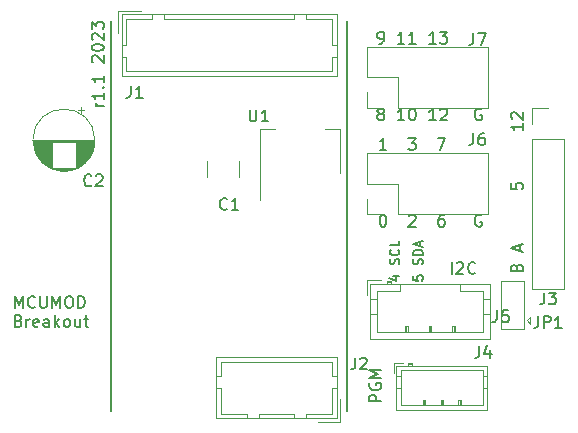
<source format=gbr>
%TF.GenerationSoftware,KiCad,Pcbnew,7.0.6*%
%TF.CreationDate,2023-08-24T17:15:50-04:00*%
%TF.ProjectId,mcumod-carrier-breakout,6d63756d-6f64-42d6-9361-72726965722d,rev?*%
%TF.SameCoordinates,Original*%
%TF.FileFunction,Legend,Top*%
%TF.FilePolarity,Positive*%
%FSLAX46Y46*%
G04 Gerber Fmt 4.6, Leading zero omitted, Abs format (unit mm)*
G04 Created by KiCad (PCBNEW 7.0.6) date 2023-08-24 17:15:50*
%MOMM*%
%LPD*%
G01*
G04 APERTURE LIST*
%ADD10C,0.150000*%
%ADD11C,0.120000*%
G04 APERTURE END LIST*
D10*
X100000000Y-51000000D02*
X100000000Y-84000000D01*
X120000000Y-51000000D02*
X120000000Y-84000000D01*
X122738095Y-58798390D02*
X122642857Y-58750771D01*
X122642857Y-58750771D02*
X122595238Y-58703152D01*
X122595238Y-58703152D02*
X122547619Y-58607914D01*
X122547619Y-58607914D02*
X122547619Y-58560295D01*
X122547619Y-58560295D02*
X122595238Y-58465057D01*
X122595238Y-58465057D02*
X122642857Y-58417438D01*
X122642857Y-58417438D02*
X122738095Y-58369819D01*
X122738095Y-58369819D02*
X122928571Y-58369819D01*
X122928571Y-58369819D02*
X123023809Y-58417438D01*
X123023809Y-58417438D02*
X123071428Y-58465057D01*
X123071428Y-58465057D02*
X123119047Y-58560295D01*
X123119047Y-58560295D02*
X123119047Y-58607914D01*
X123119047Y-58607914D02*
X123071428Y-58703152D01*
X123071428Y-58703152D02*
X123023809Y-58750771D01*
X123023809Y-58750771D02*
X122928571Y-58798390D01*
X122928571Y-58798390D02*
X122738095Y-58798390D01*
X122738095Y-58798390D02*
X122642857Y-58846009D01*
X122642857Y-58846009D02*
X122595238Y-58893628D01*
X122595238Y-58893628D02*
X122547619Y-58988866D01*
X122547619Y-58988866D02*
X122547619Y-59179342D01*
X122547619Y-59179342D02*
X122595238Y-59274580D01*
X122595238Y-59274580D02*
X122642857Y-59322200D01*
X122642857Y-59322200D02*
X122738095Y-59369819D01*
X122738095Y-59369819D02*
X122928571Y-59369819D01*
X122928571Y-59369819D02*
X123023809Y-59322200D01*
X123023809Y-59322200D02*
X123071428Y-59274580D01*
X123071428Y-59274580D02*
X123119047Y-59179342D01*
X123119047Y-59179342D02*
X123119047Y-58988866D01*
X123119047Y-58988866D02*
X123071428Y-58893628D01*
X123071428Y-58893628D02*
X123023809Y-58846009D01*
X123023809Y-58846009D02*
X122928571Y-58798390D01*
X124833333Y-59369819D02*
X124261905Y-59369819D01*
X124547619Y-59369819D02*
X124547619Y-58369819D01*
X124547619Y-58369819D02*
X124452381Y-58512676D01*
X124452381Y-58512676D02*
X124357143Y-58607914D01*
X124357143Y-58607914D02*
X124261905Y-58655533D01*
X125452381Y-58369819D02*
X125547619Y-58369819D01*
X125547619Y-58369819D02*
X125642857Y-58417438D01*
X125642857Y-58417438D02*
X125690476Y-58465057D01*
X125690476Y-58465057D02*
X125738095Y-58560295D01*
X125738095Y-58560295D02*
X125785714Y-58750771D01*
X125785714Y-58750771D02*
X125785714Y-58988866D01*
X125785714Y-58988866D02*
X125738095Y-59179342D01*
X125738095Y-59179342D02*
X125690476Y-59274580D01*
X125690476Y-59274580D02*
X125642857Y-59322200D01*
X125642857Y-59322200D02*
X125547619Y-59369819D01*
X125547619Y-59369819D02*
X125452381Y-59369819D01*
X125452381Y-59369819D02*
X125357143Y-59322200D01*
X125357143Y-59322200D02*
X125309524Y-59274580D01*
X125309524Y-59274580D02*
X125261905Y-59179342D01*
X125261905Y-59179342D02*
X125214286Y-58988866D01*
X125214286Y-58988866D02*
X125214286Y-58750771D01*
X125214286Y-58750771D02*
X125261905Y-58560295D01*
X125261905Y-58560295D02*
X125309524Y-58465057D01*
X125309524Y-58465057D02*
X125357143Y-58417438D01*
X125357143Y-58417438D02*
X125452381Y-58369819D01*
X127500000Y-59369819D02*
X126928572Y-59369819D01*
X127214286Y-59369819D02*
X127214286Y-58369819D01*
X127214286Y-58369819D02*
X127119048Y-58512676D01*
X127119048Y-58512676D02*
X127023810Y-58607914D01*
X127023810Y-58607914D02*
X126928572Y-58655533D01*
X127880953Y-58465057D02*
X127928572Y-58417438D01*
X127928572Y-58417438D02*
X128023810Y-58369819D01*
X128023810Y-58369819D02*
X128261905Y-58369819D01*
X128261905Y-58369819D02*
X128357143Y-58417438D01*
X128357143Y-58417438D02*
X128404762Y-58465057D01*
X128404762Y-58465057D02*
X128452381Y-58560295D01*
X128452381Y-58560295D02*
X128452381Y-58655533D01*
X128452381Y-58655533D02*
X128404762Y-58798390D01*
X128404762Y-58798390D02*
X127833334Y-59369819D01*
X127833334Y-59369819D02*
X128452381Y-59369819D01*
X125594295Y-72519887D02*
X125594295Y-72900839D01*
X125594295Y-72900839D02*
X125975247Y-72938935D01*
X125975247Y-72938935D02*
X125937152Y-72900839D01*
X125937152Y-72900839D02*
X125899057Y-72824649D01*
X125899057Y-72824649D02*
X125899057Y-72634173D01*
X125899057Y-72634173D02*
X125937152Y-72557982D01*
X125937152Y-72557982D02*
X125975247Y-72519887D01*
X125975247Y-72519887D02*
X126051438Y-72481792D01*
X126051438Y-72481792D02*
X126241914Y-72481792D01*
X126241914Y-72481792D02*
X126318104Y-72519887D01*
X126318104Y-72519887D02*
X126356200Y-72557982D01*
X126356200Y-72557982D02*
X126394295Y-72634173D01*
X126394295Y-72634173D02*
X126394295Y-72824649D01*
X126394295Y-72824649D02*
X126356200Y-72900839D01*
X126356200Y-72900839D02*
X126318104Y-72938935D01*
X126356200Y-71567506D02*
X126394295Y-71453220D01*
X126394295Y-71453220D02*
X126394295Y-71262744D01*
X126394295Y-71262744D02*
X126356200Y-71186553D01*
X126356200Y-71186553D02*
X126318104Y-71148458D01*
X126318104Y-71148458D02*
X126241914Y-71110363D01*
X126241914Y-71110363D02*
X126165723Y-71110363D01*
X126165723Y-71110363D02*
X126089533Y-71148458D01*
X126089533Y-71148458D02*
X126051438Y-71186553D01*
X126051438Y-71186553D02*
X126013342Y-71262744D01*
X126013342Y-71262744D02*
X125975247Y-71415125D01*
X125975247Y-71415125D02*
X125937152Y-71491315D01*
X125937152Y-71491315D02*
X125899057Y-71529410D01*
X125899057Y-71529410D02*
X125822866Y-71567506D01*
X125822866Y-71567506D02*
X125746676Y-71567506D01*
X125746676Y-71567506D02*
X125670485Y-71529410D01*
X125670485Y-71529410D02*
X125632390Y-71491315D01*
X125632390Y-71491315D02*
X125594295Y-71415125D01*
X125594295Y-71415125D02*
X125594295Y-71224648D01*
X125594295Y-71224648D02*
X125632390Y-71110363D01*
X126394295Y-70767505D02*
X125594295Y-70767505D01*
X125594295Y-70767505D02*
X125594295Y-70577029D01*
X125594295Y-70577029D02*
X125632390Y-70462743D01*
X125632390Y-70462743D02*
X125708580Y-70386553D01*
X125708580Y-70386553D02*
X125784771Y-70348458D01*
X125784771Y-70348458D02*
X125937152Y-70310362D01*
X125937152Y-70310362D02*
X126051438Y-70310362D01*
X126051438Y-70310362D02*
X126203819Y-70348458D01*
X126203819Y-70348458D02*
X126280009Y-70386553D01*
X126280009Y-70386553D02*
X126356200Y-70462743D01*
X126356200Y-70462743D02*
X126394295Y-70577029D01*
X126394295Y-70577029D02*
X126394295Y-70767505D01*
X126165723Y-70005601D02*
X126165723Y-69624648D01*
X126394295Y-70081791D02*
X125594295Y-69815124D01*
X125594295Y-69815124D02*
X126394295Y-69548458D01*
X91836779Y-75259819D02*
X91836779Y-74259819D01*
X91836779Y-74259819D02*
X92170112Y-74974104D01*
X92170112Y-74974104D02*
X92503445Y-74259819D01*
X92503445Y-74259819D02*
X92503445Y-75259819D01*
X93551064Y-75164580D02*
X93503445Y-75212200D01*
X93503445Y-75212200D02*
X93360588Y-75259819D01*
X93360588Y-75259819D02*
X93265350Y-75259819D01*
X93265350Y-75259819D02*
X93122493Y-75212200D01*
X93122493Y-75212200D02*
X93027255Y-75116961D01*
X93027255Y-75116961D02*
X92979636Y-75021723D01*
X92979636Y-75021723D02*
X92932017Y-74831247D01*
X92932017Y-74831247D02*
X92932017Y-74688390D01*
X92932017Y-74688390D02*
X92979636Y-74497914D01*
X92979636Y-74497914D02*
X93027255Y-74402676D01*
X93027255Y-74402676D02*
X93122493Y-74307438D01*
X93122493Y-74307438D02*
X93265350Y-74259819D01*
X93265350Y-74259819D02*
X93360588Y-74259819D01*
X93360588Y-74259819D02*
X93503445Y-74307438D01*
X93503445Y-74307438D02*
X93551064Y-74355057D01*
X93979636Y-74259819D02*
X93979636Y-75069342D01*
X93979636Y-75069342D02*
X94027255Y-75164580D01*
X94027255Y-75164580D02*
X94074874Y-75212200D01*
X94074874Y-75212200D02*
X94170112Y-75259819D01*
X94170112Y-75259819D02*
X94360588Y-75259819D01*
X94360588Y-75259819D02*
X94455826Y-75212200D01*
X94455826Y-75212200D02*
X94503445Y-75164580D01*
X94503445Y-75164580D02*
X94551064Y-75069342D01*
X94551064Y-75069342D02*
X94551064Y-74259819D01*
X95027255Y-75259819D02*
X95027255Y-74259819D01*
X95027255Y-74259819D02*
X95360588Y-74974104D01*
X95360588Y-74974104D02*
X95693921Y-74259819D01*
X95693921Y-74259819D02*
X95693921Y-75259819D01*
X96360588Y-74259819D02*
X96551064Y-74259819D01*
X96551064Y-74259819D02*
X96646302Y-74307438D01*
X96646302Y-74307438D02*
X96741540Y-74402676D01*
X96741540Y-74402676D02*
X96789159Y-74593152D01*
X96789159Y-74593152D02*
X96789159Y-74926485D01*
X96789159Y-74926485D02*
X96741540Y-75116961D01*
X96741540Y-75116961D02*
X96646302Y-75212200D01*
X96646302Y-75212200D02*
X96551064Y-75259819D01*
X96551064Y-75259819D02*
X96360588Y-75259819D01*
X96360588Y-75259819D02*
X96265350Y-75212200D01*
X96265350Y-75212200D02*
X96170112Y-75116961D01*
X96170112Y-75116961D02*
X96122493Y-74926485D01*
X96122493Y-74926485D02*
X96122493Y-74593152D01*
X96122493Y-74593152D02*
X96170112Y-74402676D01*
X96170112Y-74402676D02*
X96265350Y-74307438D01*
X96265350Y-74307438D02*
X96360588Y-74259819D01*
X97217731Y-75259819D02*
X97217731Y-74259819D01*
X97217731Y-74259819D02*
X97455826Y-74259819D01*
X97455826Y-74259819D02*
X97598683Y-74307438D01*
X97598683Y-74307438D02*
X97693921Y-74402676D01*
X97693921Y-74402676D02*
X97741540Y-74497914D01*
X97741540Y-74497914D02*
X97789159Y-74688390D01*
X97789159Y-74688390D02*
X97789159Y-74831247D01*
X97789159Y-74831247D02*
X97741540Y-75021723D01*
X97741540Y-75021723D02*
X97693921Y-75116961D01*
X97693921Y-75116961D02*
X97598683Y-75212200D01*
X97598683Y-75212200D02*
X97455826Y-75259819D01*
X97455826Y-75259819D02*
X97217731Y-75259819D01*
X92170112Y-76346009D02*
X92312969Y-76393628D01*
X92312969Y-76393628D02*
X92360588Y-76441247D01*
X92360588Y-76441247D02*
X92408207Y-76536485D01*
X92408207Y-76536485D02*
X92408207Y-76679342D01*
X92408207Y-76679342D02*
X92360588Y-76774580D01*
X92360588Y-76774580D02*
X92312969Y-76822200D01*
X92312969Y-76822200D02*
X92217731Y-76869819D01*
X92217731Y-76869819D02*
X91836779Y-76869819D01*
X91836779Y-76869819D02*
X91836779Y-75869819D01*
X91836779Y-75869819D02*
X92170112Y-75869819D01*
X92170112Y-75869819D02*
X92265350Y-75917438D01*
X92265350Y-75917438D02*
X92312969Y-75965057D01*
X92312969Y-75965057D02*
X92360588Y-76060295D01*
X92360588Y-76060295D02*
X92360588Y-76155533D01*
X92360588Y-76155533D02*
X92312969Y-76250771D01*
X92312969Y-76250771D02*
X92265350Y-76298390D01*
X92265350Y-76298390D02*
X92170112Y-76346009D01*
X92170112Y-76346009D02*
X91836779Y-76346009D01*
X92836779Y-76869819D02*
X92836779Y-76203152D01*
X92836779Y-76393628D02*
X92884398Y-76298390D01*
X92884398Y-76298390D02*
X92932017Y-76250771D01*
X92932017Y-76250771D02*
X93027255Y-76203152D01*
X93027255Y-76203152D02*
X93122493Y-76203152D01*
X93836779Y-76822200D02*
X93741541Y-76869819D01*
X93741541Y-76869819D02*
X93551065Y-76869819D01*
X93551065Y-76869819D02*
X93455827Y-76822200D01*
X93455827Y-76822200D02*
X93408208Y-76726961D01*
X93408208Y-76726961D02*
X93408208Y-76346009D01*
X93408208Y-76346009D02*
X93455827Y-76250771D01*
X93455827Y-76250771D02*
X93551065Y-76203152D01*
X93551065Y-76203152D02*
X93741541Y-76203152D01*
X93741541Y-76203152D02*
X93836779Y-76250771D01*
X93836779Y-76250771D02*
X93884398Y-76346009D01*
X93884398Y-76346009D02*
X93884398Y-76441247D01*
X93884398Y-76441247D02*
X93408208Y-76536485D01*
X94741541Y-76869819D02*
X94741541Y-76346009D01*
X94741541Y-76346009D02*
X94693922Y-76250771D01*
X94693922Y-76250771D02*
X94598684Y-76203152D01*
X94598684Y-76203152D02*
X94408208Y-76203152D01*
X94408208Y-76203152D02*
X94312970Y-76250771D01*
X94741541Y-76822200D02*
X94646303Y-76869819D01*
X94646303Y-76869819D02*
X94408208Y-76869819D01*
X94408208Y-76869819D02*
X94312970Y-76822200D01*
X94312970Y-76822200D02*
X94265351Y-76726961D01*
X94265351Y-76726961D02*
X94265351Y-76631723D01*
X94265351Y-76631723D02*
X94312970Y-76536485D01*
X94312970Y-76536485D02*
X94408208Y-76488866D01*
X94408208Y-76488866D02*
X94646303Y-76488866D01*
X94646303Y-76488866D02*
X94741541Y-76441247D01*
X95217732Y-76869819D02*
X95217732Y-75869819D01*
X95312970Y-76488866D02*
X95598684Y-76869819D01*
X95598684Y-76203152D02*
X95217732Y-76584104D01*
X96170113Y-76869819D02*
X96074875Y-76822200D01*
X96074875Y-76822200D02*
X96027256Y-76774580D01*
X96027256Y-76774580D02*
X95979637Y-76679342D01*
X95979637Y-76679342D02*
X95979637Y-76393628D01*
X95979637Y-76393628D02*
X96027256Y-76298390D01*
X96027256Y-76298390D02*
X96074875Y-76250771D01*
X96074875Y-76250771D02*
X96170113Y-76203152D01*
X96170113Y-76203152D02*
X96312970Y-76203152D01*
X96312970Y-76203152D02*
X96408208Y-76250771D01*
X96408208Y-76250771D02*
X96455827Y-76298390D01*
X96455827Y-76298390D02*
X96503446Y-76393628D01*
X96503446Y-76393628D02*
X96503446Y-76679342D01*
X96503446Y-76679342D02*
X96455827Y-76774580D01*
X96455827Y-76774580D02*
X96408208Y-76822200D01*
X96408208Y-76822200D02*
X96312970Y-76869819D01*
X96312970Y-76869819D02*
X96170113Y-76869819D01*
X97360589Y-76203152D02*
X97360589Y-76869819D01*
X96932018Y-76203152D02*
X96932018Y-76726961D01*
X96932018Y-76726961D02*
X96979637Y-76822200D01*
X96979637Y-76822200D02*
X97074875Y-76869819D01*
X97074875Y-76869819D02*
X97217732Y-76869819D01*
X97217732Y-76869819D02*
X97312970Y-76822200D01*
X97312970Y-76822200D02*
X97360589Y-76774580D01*
X97693923Y-76203152D02*
X98074875Y-76203152D01*
X97836780Y-75869819D02*
X97836780Y-76726961D01*
X97836780Y-76726961D02*
X97884399Y-76822200D01*
X97884399Y-76822200D02*
X97979637Y-76869819D01*
X97979637Y-76869819D02*
X98074875Y-76869819D01*
X134869819Y-59639411D02*
X134869819Y-60210839D01*
X134869819Y-59925125D02*
X133869819Y-59925125D01*
X133869819Y-59925125D02*
X134012676Y-60020363D01*
X134012676Y-60020363D02*
X134107914Y-60115601D01*
X134107914Y-60115601D02*
X134155533Y-60210839D01*
X133965057Y-59258458D02*
X133917438Y-59210839D01*
X133917438Y-59210839D02*
X133869819Y-59115601D01*
X133869819Y-59115601D02*
X133869819Y-58877506D01*
X133869819Y-58877506D02*
X133917438Y-58782268D01*
X133917438Y-58782268D02*
X133965057Y-58734649D01*
X133965057Y-58734649D02*
X134060295Y-58687030D01*
X134060295Y-58687030D02*
X134155533Y-58687030D01*
X134155533Y-58687030D02*
X134298390Y-58734649D01*
X134298390Y-58734649D02*
X134869819Y-59306077D01*
X134869819Y-59306077D02*
X134869819Y-58687030D01*
X123860961Y-72557982D02*
X124394295Y-72557982D01*
X123556200Y-72748458D02*
X124127628Y-72938935D01*
X124127628Y-72938935D02*
X124127628Y-72443696D01*
X124356200Y-71567506D02*
X124394295Y-71453220D01*
X124394295Y-71453220D02*
X124394295Y-71262744D01*
X124394295Y-71262744D02*
X124356200Y-71186553D01*
X124356200Y-71186553D02*
X124318104Y-71148458D01*
X124318104Y-71148458D02*
X124241914Y-71110363D01*
X124241914Y-71110363D02*
X124165723Y-71110363D01*
X124165723Y-71110363D02*
X124089533Y-71148458D01*
X124089533Y-71148458D02*
X124051438Y-71186553D01*
X124051438Y-71186553D02*
X124013342Y-71262744D01*
X124013342Y-71262744D02*
X123975247Y-71415125D01*
X123975247Y-71415125D02*
X123937152Y-71491315D01*
X123937152Y-71491315D02*
X123899057Y-71529410D01*
X123899057Y-71529410D02*
X123822866Y-71567506D01*
X123822866Y-71567506D02*
X123746676Y-71567506D01*
X123746676Y-71567506D02*
X123670485Y-71529410D01*
X123670485Y-71529410D02*
X123632390Y-71491315D01*
X123632390Y-71491315D02*
X123594295Y-71415125D01*
X123594295Y-71415125D02*
X123594295Y-71224648D01*
X123594295Y-71224648D02*
X123632390Y-71110363D01*
X124318104Y-70310362D02*
X124356200Y-70348458D01*
X124356200Y-70348458D02*
X124394295Y-70462743D01*
X124394295Y-70462743D02*
X124394295Y-70538934D01*
X124394295Y-70538934D02*
X124356200Y-70653220D01*
X124356200Y-70653220D02*
X124280009Y-70729410D01*
X124280009Y-70729410D02*
X124203819Y-70767505D01*
X124203819Y-70767505D02*
X124051438Y-70805601D01*
X124051438Y-70805601D02*
X123937152Y-70805601D01*
X123937152Y-70805601D02*
X123784771Y-70767505D01*
X123784771Y-70767505D02*
X123708580Y-70729410D01*
X123708580Y-70729410D02*
X123632390Y-70653220D01*
X123632390Y-70653220D02*
X123594295Y-70538934D01*
X123594295Y-70538934D02*
X123594295Y-70462743D01*
X123594295Y-70462743D02*
X123632390Y-70348458D01*
X123632390Y-70348458D02*
X123670485Y-70310362D01*
X124394295Y-69586553D02*
X124394295Y-69967505D01*
X124394295Y-69967505D02*
X123594295Y-69967505D01*
X134346009Y-71829887D02*
X134393628Y-71687030D01*
X134393628Y-71687030D02*
X134441247Y-71639411D01*
X134441247Y-71639411D02*
X134536485Y-71591792D01*
X134536485Y-71591792D02*
X134679342Y-71591792D01*
X134679342Y-71591792D02*
X134774580Y-71639411D01*
X134774580Y-71639411D02*
X134822200Y-71687030D01*
X134822200Y-71687030D02*
X134869819Y-71782268D01*
X134869819Y-71782268D02*
X134869819Y-72163220D01*
X134869819Y-72163220D02*
X133869819Y-72163220D01*
X133869819Y-72163220D02*
X133869819Y-71829887D01*
X133869819Y-71829887D02*
X133917438Y-71734649D01*
X133917438Y-71734649D02*
X133965057Y-71687030D01*
X133965057Y-71687030D02*
X134060295Y-71639411D01*
X134060295Y-71639411D02*
X134155533Y-71639411D01*
X134155533Y-71639411D02*
X134250771Y-71687030D01*
X134250771Y-71687030D02*
X134298390Y-71734649D01*
X134298390Y-71734649D02*
X134346009Y-71829887D01*
X134346009Y-71829887D02*
X134346009Y-72163220D01*
X134584104Y-70448934D02*
X134584104Y-69972744D01*
X134869819Y-70544172D02*
X133869819Y-70210839D01*
X133869819Y-70210839D02*
X134869819Y-69877506D01*
X128836779Y-72369819D02*
X128836779Y-71369819D01*
X129265350Y-71465057D02*
X129312969Y-71417438D01*
X129312969Y-71417438D02*
X129408207Y-71369819D01*
X129408207Y-71369819D02*
X129646302Y-71369819D01*
X129646302Y-71369819D02*
X129741540Y-71417438D01*
X129741540Y-71417438D02*
X129789159Y-71465057D01*
X129789159Y-71465057D02*
X129836778Y-71560295D01*
X129836778Y-71560295D02*
X129836778Y-71655533D01*
X129836778Y-71655533D02*
X129789159Y-71798390D01*
X129789159Y-71798390D02*
X129217731Y-72369819D01*
X129217731Y-72369819D02*
X129836778Y-72369819D01*
X130836778Y-72274580D02*
X130789159Y-72322200D01*
X130789159Y-72322200D02*
X130646302Y-72369819D01*
X130646302Y-72369819D02*
X130551064Y-72369819D01*
X130551064Y-72369819D02*
X130408207Y-72322200D01*
X130408207Y-72322200D02*
X130312969Y-72226961D01*
X130312969Y-72226961D02*
X130265350Y-72131723D01*
X130265350Y-72131723D02*
X130217731Y-71941247D01*
X130217731Y-71941247D02*
X130217731Y-71798390D01*
X130217731Y-71798390D02*
X130265350Y-71607914D01*
X130265350Y-71607914D02*
X130312969Y-71512676D01*
X130312969Y-71512676D02*
X130408207Y-71417438D01*
X130408207Y-71417438D02*
X130551064Y-71369819D01*
X130551064Y-71369819D02*
X130646302Y-71369819D01*
X130646302Y-71369819D02*
X130789159Y-71417438D01*
X130789159Y-71417438D02*
X130836778Y-71465057D01*
X122642857Y-52869819D02*
X122833333Y-52869819D01*
X122833333Y-52869819D02*
X122928571Y-52822200D01*
X122928571Y-52822200D02*
X122976190Y-52774580D01*
X122976190Y-52774580D02*
X123071428Y-52631723D01*
X123071428Y-52631723D02*
X123119047Y-52441247D01*
X123119047Y-52441247D02*
X123119047Y-52060295D01*
X123119047Y-52060295D02*
X123071428Y-51965057D01*
X123071428Y-51965057D02*
X123023809Y-51917438D01*
X123023809Y-51917438D02*
X122928571Y-51869819D01*
X122928571Y-51869819D02*
X122738095Y-51869819D01*
X122738095Y-51869819D02*
X122642857Y-51917438D01*
X122642857Y-51917438D02*
X122595238Y-51965057D01*
X122595238Y-51965057D02*
X122547619Y-52060295D01*
X122547619Y-52060295D02*
X122547619Y-52298390D01*
X122547619Y-52298390D02*
X122595238Y-52393628D01*
X122595238Y-52393628D02*
X122642857Y-52441247D01*
X122642857Y-52441247D02*
X122738095Y-52488866D01*
X122738095Y-52488866D02*
X122928571Y-52488866D01*
X122928571Y-52488866D02*
X123023809Y-52441247D01*
X123023809Y-52441247D02*
X123071428Y-52393628D01*
X123071428Y-52393628D02*
X123119047Y-52298390D01*
X124833333Y-52869819D02*
X124261905Y-52869819D01*
X124547619Y-52869819D02*
X124547619Y-51869819D01*
X124547619Y-51869819D02*
X124452381Y-52012676D01*
X124452381Y-52012676D02*
X124357143Y-52107914D01*
X124357143Y-52107914D02*
X124261905Y-52155533D01*
X125785714Y-52869819D02*
X125214286Y-52869819D01*
X125500000Y-52869819D02*
X125500000Y-51869819D01*
X125500000Y-51869819D02*
X125404762Y-52012676D01*
X125404762Y-52012676D02*
X125309524Y-52107914D01*
X125309524Y-52107914D02*
X125214286Y-52155533D01*
X127500000Y-52869819D02*
X126928572Y-52869819D01*
X127214286Y-52869819D02*
X127214286Y-51869819D01*
X127214286Y-51869819D02*
X127119048Y-52012676D01*
X127119048Y-52012676D02*
X127023810Y-52107914D01*
X127023810Y-52107914D02*
X126928572Y-52155533D01*
X127833334Y-51869819D02*
X128452381Y-51869819D01*
X128452381Y-51869819D02*
X128119048Y-52250771D01*
X128119048Y-52250771D02*
X128261905Y-52250771D01*
X128261905Y-52250771D02*
X128357143Y-52298390D01*
X128357143Y-52298390D02*
X128404762Y-52346009D01*
X128404762Y-52346009D02*
X128452381Y-52441247D01*
X128452381Y-52441247D02*
X128452381Y-52679342D01*
X128452381Y-52679342D02*
X128404762Y-52774580D01*
X128404762Y-52774580D02*
X128357143Y-52822200D01*
X128357143Y-52822200D02*
X128261905Y-52869819D01*
X128261905Y-52869819D02*
X127976191Y-52869819D01*
X127976191Y-52869819D02*
X127880953Y-52822200D01*
X127880953Y-52822200D02*
X127833334Y-52774580D01*
X133869819Y-64687030D02*
X133869819Y-65163220D01*
X133869819Y-65163220D02*
X134346009Y-65210839D01*
X134346009Y-65210839D02*
X134298390Y-65163220D01*
X134298390Y-65163220D02*
X134250771Y-65067982D01*
X134250771Y-65067982D02*
X134250771Y-64829887D01*
X134250771Y-64829887D02*
X134298390Y-64734649D01*
X134298390Y-64734649D02*
X134346009Y-64687030D01*
X134346009Y-64687030D02*
X134441247Y-64639411D01*
X134441247Y-64639411D02*
X134679342Y-64639411D01*
X134679342Y-64639411D02*
X134774580Y-64687030D01*
X134774580Y-64687030D02*
X134822200Y-64734649D01*
X134822200Y-64734649D02*
X134869819Y-64829887D01*
X134869819Y-64829887D02*
X134869819Y-65067982D01*
X134869819Y-65067982D02*
X134822200Y-65163220D01*
X134822200Y-65163220D02*
X134774580Y-65210839D01*
X131360588Y-67417438D02*
X131265350Y-67369819D01*
X131265350Y-67369819D02*
X131122493Y-67369819D01*
X131122493Y-67369819D02*
X130979636Y-67417438D01*
X130979636Y-67417438D02*
X130884398Y-67512676D01*
X130884398Y-67512676D02*
X130836779Y-67607914D01*
X130836779Y-67607914D02*
X130789160Y-67798390D01*
X130789160Y-67798390D02*
X130789160Y-67941247D01*
X130789160Y-67941247D02*
X130836779Y-68131723D01*
X130836779Y-68131723D02*
X130884398Y-68226961D01*
X130884398Y-68226961D02*
X130979636Y-68322200D01*
X130979636Y-68322200D02*
X131122493Y-68369819D01*
X131122493Y-68369819D02*
X131217731Y-68369819D01*
X131217731Y-68369819D02*
X131360588Y-68322200D01*
X131360588Y-68322200D02*
X131408207Y-68274580D01*
X131408207Y-68274580D02*
X131408207Y-67941247D01*
X131408207Y-67941247D02*
X131217731Y-67941247D01*
X123309523Y-61869819D02*
X122738095Y-61869819D01*
X123023809Y-61869819D02*
X123023809Y-60869819D01*
X123023809Y-60869819D02*
X122928571Y-61012676D01*
X122928571Y-61012676D02*
X122833333Y-61107914D01*
X122833333Y-61107914D02*
X122738095Y-61155533D01*
X125166667Y-60869819D02*
X125785714Y-60869819D01*
X125785714Y-60869819D02*
X125452381Y-61250771D01*
X125452381Y-61250771D02*
X125595238Y-61250771D01*
X125595238Y-61250771D02*
X125690476Y-61298390D01*
X125690476Y-61298390D02*
X125738095Y-61346009D01*
X125738095Y-61346009D02*
X125785714Y-61441247D01*
X125785714Y-61441247D02*
X125785714Y-61679342D01*
X125785714Y-61679342D02*
X125738095Y-61774580D01*
X125738095Y-61774580D02*
X125690476Y-61822200D01*
X125690476Y-61822200D02*
X125595238Y-61869819D01*
X125595238Y-61869819D02*
X125309524Y-61869819D01*
X125309524Y-61869819D02*
X125214286Y-61822200D01*
X125214286Y-61822200D02*
X125166667Y-61774580D01*
X127642858Y-60869819D02*
X128309524Y-60869819D01*
X128309524Y-60869819D02*
X127880953Y-61869819D01*
X99369819Y-58163220D02*
X98703152Y-58163220D01*
X98893628Y-58163220D02*
X98798390Y-58115601D01*
X98798390Y-58115601D02*
X98750771Y-58067982D01*
X98750771Y-58067982D02*
X98703152Y-57972744D01*
X98703152Y-57972744D02*
X98703152Y-57877506D01*
X99369819Y-57020363D02*
X99369819Y-57591791D01*
X99369819Y-57306077D02*
X98369819Y-57306077D01*
X98369819Y-57306077D02*
X98512676Y-57401315D01*
X98512676Y-57401315D02*
X98607914Y-57496553D01*
X98607914Y-57496553D02*
X98655533Y-57591791D01*
X99274580Y-56591791D02*
X99322200Y-56544172D01*
X99322200Y-56544172D02*
X99369819Y-56591791D01*
X99369819Y-56591791D02*
X99322200Y-56639410D01*
X99322200Y-56639410D02*
X99274580Y-56591791D01*
X99274580Y-56591791D02*
X99369819Y-56591791D01*
X99369819Y-55591792D02*
X99369819Y-56163220D01*
X99369819Y-55877506D02*
X98369819Y-55877506D01*
X98369819Y-55877506D02*
X98512676Y-55972744D01*
X98512676Y-55972744D02*
X98607914Y-56067982D01*
X98607914Y-56067982D02*
X98655533Y-56163220D01*
X98465057Y-54448934D02*
X98417438Y-54401315D01*
X98417438Y-54401315D02*
X98369819Y-54306077D01*
X98369819Y-54306077D02*
X98369819Y-54067982D01*
X98369819Y-54067982D02*
X98417438Y-53972744D01*
X98417438Y-53972744D02*
X98465057Y-53925125D01*
X98465057Y-53925125D02*
X98560295Y-53877506D01*
X98560295Y-53877506D02*
X98655533Y-53877506D01*
X98655533Y-53877506D02*
X98798390Y-53925125D01*
X98798390Y-53925125D02*
X99369819Y-54496553D01*
X99369819Y-54496553D02*
X99369819Y-53877506D01*
X98369819Y-53258458D02*
X98369819Y-53163220D01*
X98369819Y-53163220D02*
X98417438Y-53067982D01*
X98417438Y-53067982D02*
X98465057Y-53020363D01*
X98465057Y-53020363D02*
X98560295Y-52972744D01*
X98560295Y-52972744D02*
X98750771Y-52925125D01*
X98750771Y-52925125D02*
X98988866Y-52925125D01*
X98988866Y-52925125D02*
X99179342Y-52972744D01*
X99179342Y-52972744D02*
X99274580Y-53020363D01*
X99274580Y-53020363D02*
X99322200Y-53067982D01*
X99322200Y-53067982D02*
X99369819Y-53163220D01*
X99369819Y-53163220D02*
X99369819Y-53258458D01*
X99369819Y-53258458D02*
X99322200Y-53353696D01*
X99322200Y-53353696D02*
X99274580Y-53401315D01*
X99274580Y-53401315D02*
X99179342Y-53448934D01*
X99179342Y-53448934D02*
X98988866Y-53496553D01*
X98988866Y-53496553D02*
X98750771Y-53496553D01*
X98750771Y-53496553D02*
X98560295Y-53448934D01*
X98560295Y-53448934D02*
X98465057Y-53401315D01*
X98465057Y-53401315D02*
X98417438Y-53353696D01*
X98417438Y-53353696D02*
X98369819Y-53258458D01*
X98465057Y-52544172D02*
X98417438Y-52496553D01*
X98417438Y-52496553D02*
X98369819Y-52401315D01*
X98369819Y-52401315D02*
X98369819Y-52163220D01*
X98369819Y-52163220D02*
X98417438Y-52067982D01*
X98417438Y-52067982D02*
X98465057Y-52020363D01*
X98465057Y-52020363D02*
X98560295Y-51972744D01*
X98560295Y-51972744D02*
X98655533Y-51972744D01*
X98655533Y-51972744D02*
X98798390Y-52020363D01*
X98798390Y-52020363D02*
X99369819Y-52591791D01*
X99369819Y-52591791D02*
X99369819Y-51972744D01*
X98369819Y-51639410D02*
X98369819Y-51020363D01*
X98369819Y-51020363D02*
X98750771Y-51353696D01*
X98750771Y-51353696D02*
X98750771Y-51210839D01*
X98750771Y-51210839D02*
X98798390Y-51115601D01*
X98798390Y-51115601D02*
X98846009Y-51067982D01*
X98846009Y-51067982D02*
X98941247Y-51020363D01*
X98941247Y-51020363D02*
X99179342Y-51020363D01*
X99179342Y-51020363D02*
X99274580Y-51067982D01*
X99274580Y-51067982D02*
X99322200Y-51115601D01*
X99322200Y-51115601D02*
X99369819Y-51210839D01*
X99369819Y-51210839D02*
X99369819Y-51496553D01*
X99369819Y-51496553D02*
X99322200Y-51591791D01*
X99322200Y-51591791D02*
X99274580Y-51639410D01*
X122869819Y-83163220D02*
X121869819Y-83163220D01*
X121869819Y-83163220D02*
X121869819Y-82782268D01*
X121869819Y-82782268D02*
X121917438Y-82687030D01*
X121917438Y-82687030D02*
X121965057Y-82639411D01*
X121965057Y-82639411D02*
X122060295Y-82591792D01*
X122060295Y-82591792D02*
X122203152Y-82591792D01*
X122203152Y-82591792D02*
X122298390Y-82639411D01*
X122298390Y-82639411D02*
X122346009Y-82687030D01*
X122346009Y-82687030D02*
X122393628Y-82782268D01*
X122393628Y-82782268D02*
X122393628Y-83163220D01*
X121917438Y-81639411D02*
X121869819Y-81734649D01*
X121869819Y-81734649D02*
X121869819Y-81877506D01*
X121869819Y-81877506D02*
X121917438Y-82020363D01*
X121917438Y-82020363D02*
X122012676Y-82115601D01*
X122012676Y-82115601D02*
X122107914Y-82163220D01*
X122107914Y-82163220D02*
X122298390Y-82210839D01*
X122298390Y-82210839D02*
X122441247Y-82210839D01*
X122441247Y-82210839D02*
X122631723Y-82163220D01*
X122631723Y-82163220D02*
X122726961Y-82115601D01*
X122726961Y-82115601D02*
X122822200Y-82020363D01*
X122822200Y-82020363D02*
X122869819Y-81877506D01*
X122869819Y-81877506D02*
X122869819Y-81782268D01*
X122869819Y-81782268D02*
X122822200Y-81639411D01*
X122822200Y-81639411D02*
X122774580Y-81591792D01*
X122774580Y-81591792D02*
X122441247Y-81591792D01*
X122441247Y-81591792D02*
X122441247Y-81782268D01*
X122869819Y-81163220D02*
X121869819Y-81163220D01*
X121869819Y-81163220D02*
X122584104Y-80829887D01*
X122584104Y-80829887D02*
X121869819Y-80496554D01*
X121869819Y-80496554D02*
X122869819Y-80496554D01*
X122976190Y-67369819D02*
X123071428Y-67369819D01*
X123071428Y-67369819D02*
X123166666Y-67417438D01*
X123166666Y-67417438D02*
X123214285Y-67465057D01*
X123214285Y-67465057D02*
X123261904Y-67560295D01*
X123261904Y-67560295D02*
X123309523Y-67750771D01*
X123309523Y-67750771D02*
X123309523Y-67988866D01*
X123309523Y-67988866D02*
X123261904Y-68179342D01*
X123261904Y-68179342D02*
X123214285Y-68274580D01*
X123214285Y-68274580D02*
X123166666Y-68322200D01*
X123166666Y-68322200D02*
X123071428Y-68369819D01*
X123071428Y-68369819D02*
X122976190Y-68369819D01*
X122976190Y-68369819D02*
X122880952Y-68322200D01*
X122880952Y-68322200D02*
X122833333Y-68274580D01*
X122833333Y-68274580D02*
X122785714Y-68179342D01*
X122785714Y-68179342D02*
X122738095Y-67988866D01*
X122738095Y-67988866D02*
X122738095Y-67750771D01*
X122738095Y-67750771D02*
X122785714Y-67560295D01*
X122785714Y-67560295D02*
X122833333Y-67465057D01*
X122833333Y-67465057D02*
X122880952Y-67417438D01*
X122880952Y-67417438D02*
X122976190Y-67369819D01*
X125214286Y-67465057D02*
X125261905Y-67417438D01*
X125261905Y-67417438D02*
X125357143Y-67369819D01*
X125357143Y-67369819D02*
X125595238Y-67369819D01*
X125595238Y-67369819D02*
X125690476Y-67417438D01*
X125690476Y-67417438D02*
X125738095Y-67465057D01*
X125738095Y-67465057D02*
X125785714Y-67560295D01*
X125785714Y-67560295D02*
X125785714Y-67655533D01*
X125785714Y-67655533D02*
X125738095Y-67798390D01*
X125738095Y-67798390D02*
X125166667Y-68369819D01*
X125166667Y-68369819D02*
X125785714Y-68369819D01*
X128166667Y-67369819D02*
X127976191Y-67369819D01*
X127976191Y-67369819D02*
X127880953Y-67417438D01*
X127880953Y-67417438D02*
X127833334Y-67465057D01*
X127833334Y-67465057D02*
X127738096Y-67607914D01*
X127738096Y-67607914D02*
X127690477Y-67798390D01*
X127690477Y-67798390D02*
X127690477Y-68179342D01*
X127690477Y-68179342D02*
X127738096Y-68274580D01*
X127738096Y-68274580D02*
X127785715Y-68322200D01*
X127785715Y-68322200D02*
X127880953Y-68369819D01*
X127880953Y-68369819D02*
X128071429Y-68369819D01*
X128071429Y-68369819D02*
X128166667Y-68322200D01*
X128166667Y-68322200D02*
X128214286Y-68274580D01*
X128214286Y-68274580D02*
X128261905Y-68179342D01*
X128261905Y-68179342D02*
X128261905Y-67941247D01*
X128261905Y-67941247D02*
X128214286Y-67846009D01*
X128214286Y-67846009D02*
X128166667Y-67798390D01*
X128166667Y-67798390D02*
X128071429Y-67750771D01*
X128071429Y-67750771D02*
X127880953Y-67750771D01*
X127880953Y-67750771D02*
X127785715Y-67798390D01*
X127785715Y-67798390D02*
X127738096Y-67846009D01*
X127738096Y-67846009D02*
X127690477Y-67941247D01*
X131360588Y-58417438D02*
X131265350Y-58369819D01*
X131265350Y-58369819D02*
X131122493Y-58369819D01*
X131122493Y-58369819D02*
X130979636Y-58417438D01*
X130979636Y-58417438D02*
X130884398Y-58512676D01*
X130884398Y-58512676D02*
X130836779Y-58607914D01*
X130836779Y-58607914D02*
X130789160Y-58798390D01*
X130789160Y-58798390D02*
X130789160Y-58941247D01*
X130789160Y-58941247D02*
X130836779Y-59131723D01*
X130836779Y-59131723D02*
X130884398Y-59226961D01*
X130884398Y-59226961D02*
X130979636Y-59322200D01*
X130979636Y-59322200D02*
X131122493Y-59369819D01*
X131122493Y-59369819D02*
X131217731Y-59369819D01*
X131217731Y-59369819D02*
X131360588Y-59322200D01*
X131360588Y-59322200D02*
X131408207Y-59274580D01*
X131408207Y-59274580D02*
X131408207Y-58941247D01*
X131408207Y-58941247D02*
X131217731Y-58941247D01*
X101666666Y-56454819D02*
X101666666Y-57169104D01*
X101666666Y-57169104D02*
X101619047Y-57311961D01*
X101619047Y-57311961D02*
X101523809Y-57407200D01*
X101523809Y-57407200D02*
X101380952Y-57454819D01*
X101380952Y-57454819D02*
X101285714Y-57454819D01*
X102666666Y-57454819D02*
X102095238Y-57454819D01*
X102380952Y-57454819D02*
X102380952Y-56454819D01*
X102380952Y-56454819D02*
X102285714Y-56597676D01*
X102285714Y-56597676D02*
X102190476Y-56692914D01*
X102190476Y-56692914D02*
X102095238Y-56740533D01*
X120666666Y-79454819D02*
X120666666Y-80169104D01*
X120666666Y-80169104D02*
X120619047Y-80311961D01*
X120619047Y-80311961D02*
X120523809Y-80407200D01*
X120523809Y-80407200D02*
X120380952Y-80454819D01*
X120380952Y-80454819D02*
X120285714Y-80454819D01*
X121095238Y-79550057D02*
X121142857Y-79502438D01*
X121142857Y-79502438D02*
X121238095Y-79454819D01*
X121238095Y-79454819D02*
X121476190Y-79454819D01*
X121476190Y-79454819D02*
X121571428Y-79502438D01*
X121571428Y-79502438D02*
X121619047Y-79550057D01*
X121619047Y-79550057D02*
X121666666Y-79645295D01*
X121666666Y-79645295D02*
X121666666Y-79740533D01*
X121666666Y-79740533D02*
X121619047Y-79883390D01*
X121619047Y-79883390D02*
X121047619Y-80454819D01*
X121047619Y-80454819D02*
X121666666Y-80454819D01*
X130666666Y-60454819D02*
X130666666Y-61169104D01*
X130666666Y-61169104D02*
X130619047Y-61311961D01*
X130619047Y-61311961D02*
X130523809Y-61407200D01*
X130523809Y-61407200D02*
X130380952Y-61454819D01*
X130380952Y-61454819D02*
X130285714Y-61454819D01*
X131571428Y-60454819D02*
X131380952Y-60454819D01*
X131380952Y-60454819D02*
X131285714Y-60502438D01*
X131285714Y-60502438D02*
X131238095Y-60550057D01*
X131238095Y-60550057D02*
X131142857Y-60692914D01*
X131142857Y-60692914D02*
X131095238Y-60883390D01*
X131095238Y-60883390D02*
X131095238Y-61264342D01*
X131095238Y-61264342D02*
X131142857Y-61359580D01*
X131142857Y-61359580D02*
X131190476Y-61407200D01*
X131190476Y-61407200D02*
X131285714Y-61454819D01*
X131285714Y-61454819D02*
X131476190Y-61454819D01*
X131476190Y-61454819D02*
X131571428Y-61407200D01*
X131571428Y-61407200D02*
X131619047Y-61359580D01*
X131619047Y-61359580D02*
X131666666Y-61264342D01*
X131666666Y-61264342D02*
X131666666Y-61026247D01*
X131666666Y-61026247D02*
X131619047Y-60931009D01*
X131619047Y-60931009D02*
X131571428Y-60883390D01*
X131571428Y-60883390D02*
X131476190Y-60835771D01*
X131476190Y-60835771D02*
X131285714Y-60835771D01*
X131285714Y-60835771D02*
X131190476Y-60883390D01*
X131190476Y-60883390D02*
X131142857Y-60931009D01*
X131142857Y-60931009D02*
X131095238Y-61026247D01*
X98333333Y-64859580D02*
X98285714Y-64907200D01*
X98285714Y-64907200D02*
X98142857Y-64954819D01*
X98142857Y-64954819D02*
X98047619Y-64954819D01*
X98047619Y-64954819D02*
X97904762Y-64907200D01*
X97904762Y-64907200D02*
X97809524Y-64811961D01*
X97809524Y-64811961D02*
X97761905Y-64716723D01*
X97761905Y-64716723D02*
X97714286Y-64526247D01*
X97714286Y-64526247D02*
X97714286Y-64383390D01*
X97714286Y-64383390D02*
X97761905Y-64192914D01*
X97761905Y-64192914D02*
X97809524Y-64097676D01*
X97809524Y-64097676D02*
X97904762Y-64002438D01*
X97904762Y-64002438D02*
X98047619Y-63954819D01*
X98047619Y-63954819D02*
X98142857Y-63954819D01*
X98142857Y-63954819D02*
X98285714Y-64002438D01*
X98285714Y-64002438D02*
X98333333Y-64050057D01*
X98714286Y-64050057D02*
X98761905Y-64002438D01*
X98761905Y-64002438D02*
X98857143Y-63954819D01*
X98857143Y-63954819D02*
X99095238Y-63954819D01*
X99095238Y-63954819D02*
X99190476Y-64002438D01*
X99190476Y-64002438D02*
X99238095Y-64050057D01*
X99238095Y-64050057D02*
X99285714Y-64145295D01*
X99285714Y-64145295D02*
X99285714Y-64240533D01*
X99285714Y-64240533D02*
X99238095Y-64383390D01*
X99238095Y-64383390D02*
X98666667Y-64954819D01*
X98666667Y-64954819D02*
X99285714Y-64954819D01*
X136166666Y-75954819D02*
X136166666Y-76669104D01*
X136166666Y-76669104D02*
X136119047Y-76811961D01*
X136119047Y-76811961D02*
X136023809Y-76907200D01*
X136023809Y-76907200D02*
X135880952Y-76954819D01*
X135880952Y-76954819D02*
X135785714Y-76954819D01*
X136642857Y-76954819D02*
X136642857Y-75954819D01*
X136642857Y-75954819D02*
X137023809Y-75954819D01*
X137023809Y-75954819D02*
X137119047Y-76002438D01*
X137119047Y-76002438D02*
X137166666Y-76050057D01*
X137166666Y-76050057D02*
X137214285Y-76145295D01*
X137214285Y-76145295D02*
X137214285Y-76288152D01*
X137214285Y-76288152D02*
X137166666Y-76383390D01*
X137166666Y-76383390D02*
X137119047Y-76431009D01*
X137119047Y-76431009D02*
X137023809Y-76478628D01*
X137023809Y-76478628D02*
X136642857Y-76478628D01*
X138166666Y-76954819D02*
X137595238Y-76954819D01*
X137880952Y-76954819D02*
X137880952Y-75954819D01*
X137880952Y-75954819D02*
X137785714Y-76097676D01*
X137785714Y-76097676D02*
X137690476Y-76192914D01*
X137690476Y-76192914D02*
X137595238Y-76240533D01*
X111738095Y-58454819D02*
X111738095Y-59264342D01*
X111738095Y-59264342D02*
X111785714Y-59359580D01*
X111785714Y-59359580D02*
X111833333Y-59407200D01*
X111833333Y-59407200D02*
X111928571Y-59454819D01*
X111928571Y-59454819D02*
X112119047Y-59454819D01*
X112119047Y-59454819D02*
X112214285Y-59407200D01*
X112214285Y-59407200D02*
X112261904Y-59359580D01*
X112261904Y-59359580D02*
X112309523Y-59264342D01*
X112309523Y-59264342D02*
X112309523Y-58454819D01*
X113309523Y-59454819D02*
X112738095Y-59454819D01*
X113023809Y-59454819D02*
X113023809Y-58454819D01*
X113023809Y-58454819D02*
X112928571Y-58597676D01*
X112928571Y-58597676D02*
X112833333Y-58692914D01*
X112833333Y-58692914D02*
X112738095Y-58740533D01*
X109833333Y-66859580D02*
X109785714Y-66907200D01*
X109785714Y-66907200D02*
X109642857Y-66954819D01*
X109642857Y-66954819D02*
X109547619Y-66954819D01*
X109547619Y-66954819D02*
X109404762Y-66907200D01*
X109404762Y-66907200D02*
X109309524Y-66811961D01*
X109309524Y-66811961D02*
X109261905Y-66716723D01*
X109261905Y-66716723D02*
X109214286Y-66526247D01*
X109214286Y-66526247D02*
X109214286Y-66383390D01*
X109214286Y-66383390D02*
X109261905Y-66192914D01*
X109261905Y-66192914D02*
X109309524Y-66097676D01*
X109309524Y-66097676D02*
X109404762Y-66002438D01*
X109404762Y-66002438D02*
X109547619Y-65954819D01*
X109547619Y-65954819D02*
X109642857Y-65954819D01*
X109642857Y-65954819D02*
X109785714Y-66002438D01*
X109785714Y-66002438D02*
X109833333Y-66050057D01*
X110785714Y-66954819D02*
X110214286Y-66954819D01*
X110500000Y-66954819D02*
X110500000Y-65954819D01*
X110500000Y-65954819D02*
X110404762Y-66097676D01*
X110404762Y-66097676D02*
X110309524Y-66192914D01*
X110309524Y-66192914D02*
X110214286Y-66240533D01*
X131166666Y-78454819D02*
X131166666Y-79169104D01*
X131166666Y-79169104D02*
X131119047Y-79311961D01*
X131119047Y-79311961D02*
X131023809Y-79407200D01*
X131023809Y-79407200D02*
X130880952Y-79454819D01*
X130880952Y-79454819D02*
X130785714Y-79454819D01*
X132071428Y-78788152D02*
X132071428Y-79454819D01*
X131833333Y-78407200D02*
X131595238Y-79121485D01*
X131595238Y-79121485D02*
X132214285Y-79121485D01*
X132666666Y-75454819D02*
X132666666Y-76169104D01*
X132666666Y-76169104D02*
X132619047Y-76311961D01*
X132619047Y-76311961D02*
X132523809Y-76407200D01*
X132523809Y-76407200D02*
X132380952Y-76454819D01*
X132380952Y-76454819D02*
X132285714Y-76454819D01*
X133619047Y-75454819D02*
X133142857Y-75454819D01*
X133142857Y-75454819D02*
X133095238Y-75931009D01*
X133095238Y-75931009D02*
X133142857Y-75883390D01*
X133142857Y-75883390D02*
X133238095Y-75835771D01*
X133238095Y-75835771D02*
X133476190Y-75835771D01*
X133476190Y-75835771D02*
X133571428Y-75883390D01*
X133571428Y-75883390D02*
X133619047Y-75931009D01*
X133619047Y-75931009D02*
X133666666Y-76026247D01*
X133666666Y-76026247D02*
X133666666Y-76264342D01*
X133666666Y-76264342D02*
X133619047Y-76359580D01*
X133619047Y-76359580D02*
X133571428Y-76407200D01*
X133571428Y-76407200D02*
X133476190Y-76454819D01*
X133476190Y-76454819D02*
X133238095Y-76454819D01*
X133238095Y-76454819D02*
X133142857Y-76407200D01*
X133142857Y-76407200D02*
X133095238Y-76359580D01*
X136666666Y-73954819D02*
X136666666Y-74669104D01*
X136666666Y-74669104D02*
X136619047Y-74811961D01*
X136619047Y-74811961D02*
X136523809Y-74907200D01*
X136523809Y-74907200D02*
X136380952Y-74954819D01*
X136380952Y-74954819D02*
X136285714Y-74954819D01*
X137047619Y-73954819D02*
X137666666Y-73954819D01*
X137666666Y-73954819D02*
X137333333Y-74335771D01*
X137333333Y-74335771D02*
X137476190Y-74335771D01*
X137476190Y-74335771D02*
X137571428Y-74383390D01*
X137571428Y-74383390D02*
X137619047Y-74431009D01*
X137619047Y-74431009D02*
X137666666Y-74526247D01*
X137666666Y-74526247D02*
X137666666Y-74764342D01*
X137666666Y-74764342D02*
X137619047Y-74859580D01*
X137619047Y-74859580D02*
X137571428Y-74907200D01*
X137571428Y-74907200D02*
X137476190Y-74954819D01*
X137476190Y-74954819D02*
X137190476Y-74954819D01*
X137190476Y-74954819D02*
X137095238Y-74907200D01*
X137095238Y-74907200D02*
X137047619Y-74859580D01*
X130666666Y-51954819D02*
X130666666Y-52669104D01*
X130666666Y-52669104D02*
X130619047Y-52811961D01*
X130619047Y-52811961D02*
X130523809Y-52907200D01*
X130523809Y-52907200D02*
X130380952Y-52954819D01*
X130380952Y-52954819D02*
X130285714Y-52954819D01*
X131047619Y-51954819D02*
X131714285Y-51954819D01*
X131714285Y-51954819D02*
X131285714Y-52954819D01*
D11*
%TO.C,J1*%
X100590000Y-50090000D02*
X102500000Y-50090000D01*
X100590000Y-52000000D02*
X100590000Y-50090000D01*
X100900000Y-50400000D02*
X100900000Y-55600000D01*
X100900000Y-53000000D02*
X101300000Y-53000000D01*
X100900000Y-54000000D02*
X101300000Y-54000000D01*
X100900000Y-55600000D02*
X119100000Y-55600000D01*
X101300000Y-50800000D02*
X103500000Y-50800000D01*
X101300000Y-53000000D02*
X101300000Y-50800000D01*
X101300000Y-54000000D02*
X101300000Y-55200000D01*
X101300000Y-55200000D02*
X118700000Y-55200000D01*
X103500000Y-50800000D02*
X103500000Y-50400000D01*
X104500000Y-50400000D02*
X104500000Y-50800000D01*
X104500000Y-50800000D02*
X115500000Y-50800000D01*
X115500000Y-50800000D02*
X115500000Y-50400000D01*
X116500000Y-50800000D02*
X116500000Y-50400000D01*
X118700000Y-50800000D02*
X116500000Y-50800000D01*
X118700000Y-53000000D02*
X118700000Y-50800000D01*
X118700000Y-54000000D02*
X119100000Y-54000000D01*
X118700000Y-55200000D02*
X118700000Y-54000000D01*
X119100000Y-50400000D02*
X100900000Y-50400000D01*
X119100000Y-53000000D02*
X118700000Y-53000000D01*
X119100000Y-55600000D02*
X119100000Y-50400000D01*
%TO.C,J2*%
X119410000Y-84910000D02*
X117500000Y-84910000D01*
X119410000Y-83000000D02*
X119410000Y-84910000D01*
X119100000Y-84600000D02*
X119100000Y-79400000D01*
X119100000Y-82000000D02*
X118700000Y-82000000D01*
X119100000Y-81000000D02*
X118700000Y-81000000D01*
X119100000Y-79400000D02*
X108900000Y-79400000D01*
X118700000Y-84200000D02*
X116500000Y-84200000D01*
X118700000Y-82000000D02*
X118700000Y-84200000D01*
X118700000Y-81000000D02*
X118700000Y-79800000D01*
X118700000Y-79800000D02*
X109300000Y-79800000D01*
X116500000Y-84200000D02*
X116500000Y-84600000D01*
X115500000Y-84600000D02*
X115500000Y-84200000D01*
X115500000Y-84200000D02*
X112500000Y-84200000D01*
X112500000Y-84200000D02*
X112500000Y-84600000D01*
X111500000Y-84200000D02*
X111500000Y-84600000D01*
X109300000Y-84200000D02*
X111500000Y-84200000D01*
X109300000Y-82000000D02*
X109300000Y-84200000D01*
X109300000Y-81000000D02*
X108900000Y-81000000D01*
X109300000Y-79800000D02*
X109300000Y-81000000D01*
X108900000Y-84600000D02*
X119100000Y-84600000D01*
X108900000Y-82000000D02*
X109300000Y-82000000D01*
X108900000Y-79400000D02*
X108900000Y-84600000D01*
%TO.C,J6*%
X121670000Y-67330000D02*
X121670000Y-66000000D01*
X123000000Y-67330000D02*
X121670000Y-67330000D01*
X124270000Y-67330000D02*
X131950000Y-67330000D01*
X124270000Y-67330000D02*
X124270000Y-64730000D01*
X131950000Y-67330000D02*
X131950000Y-62130000D01*
X121670000Y-64730000D02*
X121670000Y-62130000D01*
X124270000Y-64730000D02*
X121670000Y-64730000D01*
X121670000Y-62130000D02*
X131950000Y-62130000D01*
%TO.C,C2*%
X97475000Y-58240113D02*
X97475000Y-58740113D01*
X97725000Y-58490113D02*
X97225000Y-58490113D01*
X98580000Y-61044888D02*
X93420000Y-61044888D01*
X98580000Y-61084888D02*
X93420000Y-61084888D01*
X98579000Y-61124888D02*
X93421000Y-61124888D01*
X98578000Y-61164888D02*
X93422000Y-61164888D01*
X98576000Y-61204888D02*
X93424000Y-61204888D01*
X98573000Y-61244888D02*
X93427000Y-61244888D01*
X98569000Y-61284888D02*
X97040000Y-61284888D01*
X94960000Y-61284888D02*
X93431000Y-61284888D01*
X98565000Y-61324888D02*
X97040000Y-61324888D01*
X94960000Y-61324888D02*
X93435000Y-61324888D01*
X98561000Y-61364888D02*
X97040000Y-61364888D01*
X94960000Y-61364888D02*
X93439000Y-61364888D01*
X98556000Y-61404888D02*
X97040000Y-61404888D01*
X94960000Y-61404888D02*
X93444000Y-61404888D01*
X98550000Y-61444888D02*
X97040000Y-61444888D01*
X94960000Y-61444888D02*
X93450000Y-61444888D01*
X98543000Y-61484888D02*
X97040000Y-61484888D01*
X94960000Y-61484888D02*
X93457000Y-61484888D01*
X98536000Y-61524888D02*
X97040000Y-61524888D01*
X94960000Y-61524888D02*
X93464000Y-61524888D01*
X98528000Y-61564888D02*
X97040000Y-61564888D01*
X94960000Y-61564888D02*
X93472000Y-61564888D01*
X98520000Y-61604888D02*
X97040000Y-61604888D01*
X94960000Y-61604888D02*
X93480000Y-61604888D01*
X98511000Y-61644888D02*
X97040000Y-61644888D01*
X94960000Y-61644888D02*
X93489000Y-61644888D01*
X98501000Y-61684888D02*
X97040000Y-61684888D01*
X94960000Y-61684888D02*
X93499000Y-61684888D01*
X98491000Y-61724888D02*
X97040000Y-61724888D01*
X94960000Y-61724888D02*
X93509000Y-61724888D01*
X98480000Y-61765888D02*
X97040000Y-61765888D01*
X94960000Y-61765888D02*
X93520000Y-61765888D01*
X98468000Y-61805888D02*
X97040000Y-61805888D01*
X94960000Y-61805888D02*
X93532000Y-61805888D01*
X98455000Y-61845888D02*
X97040000Y-61845888D01*
X94960000Y-61845888D02*
X93545000Y-61845888D01*
X98442000Y-61885888D02*
X97040000Y-61885888D01*
X94960000Y-61885888D02*
X93558000Y-61885888D01*
X98428000Y-61925888D02*
X97040000Y-61925888D01*
X94960000Y-61925888D02*
X93572000Y-61925888D01*
X98414000Y-61965888D02*
X97040000Y-61965888D01*
X94960000Y-61965888D02*
X93586000Y-61965888D01*
X98398000Y-62005888D02*
X97040000Y-62005888D01*
X94960000Y-62005888D02*
X93602000Y-62005888D01*
X98382000Y-62045888D02*
X97040000Y-62045888D01*
X94960000Y-62045888D02*
X93618000Y-62045888D01*
X98365000Y-62085888D02*
X97040000Y-62085888D01*
X94960000Y-62085888D02*
X93635000Y-62085888D01*
X98348000Y-62125888D02*
X97040000Y-62125888D01*
X94960000Y-62125888D02*
X93652000Y-62125888D01*
X98329000Y-62165888D02*
X97040000Y-62165888D01*
X94960000Y-62165888D02*
X93671000Y-62165888D01*
X98310000Y-62205888D02*
X97040000Y-62205888D01*
X94960000Y-62205888D02*
X93690000Y-62205888D01*
X98290000Y-62245888D02*
X97040000Y-62245888D01*
X94960000Y-62245888D02*
X93710000Y-62245888D01*
X98268000Y-62285888D02*
X97040000Y-62285888D01*
X94960000Y-62285888D02*
X93732000Y-62285888D01*
X98247000Y-62325888D02*
X97040000Y-62325888D01*
X94960000Y-62325888D02*
X93753000Y-62325888D01*
X98224000Y-62365888D02*
X97040000Y-62365888D01*
X94960000Y-62365888D02*
X93776000Y-62365888D01*
X98200000Y-62405888D02*
X97040000Y-62405888D01*
X94960000Y-62405888D02*
X93800000Y-62405888D01*
X98175000Y-62445888D02*
X97040000Y-62445888D01*
X94960000Y-62445888D02*
X93825000Y-62445888D01*
X98149000Y-62485888D02*
X97040000Y-62485888D01*
X94960000Y-62485888D02*
X93851000Y-62485888D01*
X98122000Y-62525888D02*
X97040000Y-62525888D01*
X94960000Y-62525888D02*
X93878000Y-62525888D01*
X98095000Y-62565888D02*
X97040000Y-62565888D01*
X94960000Y-62565888D02*
X93905000Y-62565888D01*
X98065000Y-62605888D02*
X97040000Y-62605888D01*
X94960000Y-62605888D02*
X93935000Y-62605888D01*
X98035000Y-62645888D02*
X97040000Y-62645888D01*
X94960000Y-62645888D02*
X93965000Y-62645888D01*
X98004000Y-62685888D02*
X97040000Y-62685888D01*
X94960000Y-62685888D02*
X93996000Y-62685888D01*
X97971000Y-62725888D02*
X97040000Y-62725888D01*
X94960000Y-62725888D02*
X94029000Y-62725888D01*
X97937000Y-62765888D02*
X97040000Y-62765888D01*
X94960000Y-62765888D02*
X94063000Y-62765888D01*
X97901000Y-62805888D02*
X97040000Y-62805888D01*
X94960000Y-62805888D02*
X94099000Y-62805888D01*
X97864000Y-62845888D02*
X97040000Y-62845888D01*
X94960000Y-62845888D02*
X94136000Y-62845888D01*
X97826000Y-62885888D02*
X97040000Y-62885888D01*
X94960000Y-62885888D02*
X94174000Y-62885888D01*
X97785000Y-62925888D02*
X97040000Y-62925888D01*
X94960000Y-62925888D02*
X94215000Y-62925888D01*
X97743000Y-62965888D02*
X97040000Y-62965888D01*
X94960000Y-62965888D02*
X94257000Y-62965888D01*
X97699000Y-63005888D02*
X97040000Y-63005888D01*
X94960000Y-63005888D02*
X94301000Y-63005888D01*
X97653000Y-63045888D02*
X97040000Y-63045888D01*
X94960000Y-63045888D02*
X94347000Y-63045888D01*
X97605000Y-63085888D02*
X97040000Y-63085888D01*
X94960000Y-63085888D02*
X94395000Y-63085888D01*
X97554000Y-63125888D02*
X97040000Y-63125888D01*
X94960000Y-63125888D02*
X94446000Y-63125888D01*
X97500000Y-63165888D02*
X97040000Y-63165888D01*
X94960000Y-63165888D02*
X94500000Y-63165888D01*
X97443000Y-63205888D02*
X97040000Y-63205888D01*
X94960000Y-63205888D02*
X94557000Y-63205888D01*
X97383000Y-63245888D02*
X97040000Y-63245888D01*
X94960000Y-63245888D02*
X94617000Y-63245888D01*
X97319000Y-63285888D02*
X97040000Y-63285888D01*
X94960000Y-63285888D02*
X94681000Y-63285888D01*
X97251000Y-63325888D02*
X97040000Y-63325888D01*
X94960000Y-63325888D02*
X94749000Y-63325888D01*
X97178000Y-63365888D02*
X94822000Y-63365888D01*
X97098000Y-63405888D02*
X94902000Y-63405888D01*
X97011000Y-63445888D02*
X94989000Y-63445888D01*
X96915000Y-63485888D02*
X95085000Y-63485888D01*
X96805000Y-63525888D02*
X95195000Y-63525888D01*
X96677000Y-63565888D02*
X95323000Y-63565888D01*
X96518000Y-63605888D02*
X95482000Y-63605888D01*
X96284000Y-63645888D02*
X95716000Y-63645888D01*
X98620000Y-61044888D02*
G75*
G03*
X98620000Y-61044888I-2620000J0D01*
G01*
%TO.C,JP1*%
X133000000Y-77050000D02*
X133000000Y-72950000D01*
X135000000Y-77050000D02*
X133000000Y-77050000D01*
X135500000Y-76600000D02*
X135500000Y-76000000D01*
X135200000Y-76300000D02*
X135500000Y-76600000D01*
X135200000Y-76300000D02*
X135500000Y-76000000D01*
X133000000Y-72950000D02*
X135000000Y-72950000D01*
X135000000Y-72950000D02*
X135000000Y-77050000D01*
%TO.C,U1*%
X112590000Y-66100000D02*
X112590000Y-60090000D01*
X119410000Y-63850000D02*
X119410000Y-60090000D01*
X112590000Y-60090000D02*
X113850000Y-60090000D01*
X119410000Y-60090000D02*
X118150000Y-60090000D01*
%TO.C,C1*%
X108140000Y-64211252D02*
X108140000Y-62788748D01*
X110860000Y-64211252D02*
X110860000Y-62788748D01*
%TO.C,J4*%
X123940000Y-79940000D02*
X123940000Y-80740000D01*
X124140000Y-80140000D02*
X124140000Y-83860000D01*
X124140000Y-81050000D02*
X124540000Y-81050000D01*
X124140000Y-82050000D02*
X124540000Y-82050000D01*
X124140000Y-83860000D02*
X131860000Y-83860000D01*
X124540000Y-80540000D02*
X124540000Y-83460000D01*
X124540000Y-83460000D02*
X131460000Y-83460000D01*
X124740000Y-79940000D02*
X123940000Y-79940000D01*
X125150000Y-79940000D02*
X125150000Y-80140000D01*
X125450000Y-79940000D02*
X125150000Y-79940000D01*
X125450000Y-80040000D02*
X125150000Y-80040000D01*
X125450000Y-80140000D02*
X125450000Y-79940000D01*
X126400000Y-83060000D02*
X126600000Y-83060000D01*
X126400000Y-83460000D02*
X126400000Y-83060000D01*
X126500000Y-83460000D02*
X126500000Y-83060000D01*
X126600000Y-83060000D02*
X126600000Y-83460000D01*
X127900000Y-83060000D02*
X128100000Y-83060000D01*
X127900000Y-83460000D02*
X127900000Y-83060000D01*
X128000000Y-83460000D02*
X128000000Y-83060000D01*
X128100000Y-83060000D02*
X128100000Y-83460000D01*
X129400000Y-83060000D02*
X129600000Y-83060000D01*
X129400000Y-83460000D02*
X129400000Y-83060000D01*
X129500000Y-83460000D02*
X129500000Y-83060000D01*
X129600000Y-83060000D02*
X129600000Y-83460000D01*
X131460000Y-80540000D02*
X124540000Y-80540000D01*
X131460000Y-83460000D02*
X131460000Y-80540000D01*
X131860000Y-80140000D02*
X124140000Y-80140000D01*
X131860000Y-81050000D02*
X131460000Y-81050000D01*
X131860000Y-82050000D02*
X131460000Y-82050000D01*
X131860000Y-83860000D02*
X131860000Y-80140000D01*
%TO.C,J5*%
X121640000Y-72890000D02*
X121640000Y-74140000D01*
X121940000Y-73190000D02*
X121940000Y-77910000D01*
X121940000Y-74500000D02*
X122550000Y-74500000D01*
X121940000Y-75800000D02*
X122550000Y-75800000D01*
X121940000Y-77910000D02*
X132060000Y-77910000D01*
X122550000Y-73800000D02*
X122550000Y-77300000D01*
X122550000Y-77300000D02*
X131450000Y-77300000D01*
X122890000Y-72890000D02*
X121640000Y-72890000D01*
X123400000Y-72990000D02*
X123400000Y-73190000D01*
X123700000Y-72990000D02*
X123400000Y-72990000D01*
X123700000Y-73090000D02*
X123400000Y-73090000D01*
X123700000Y-73190000D02*
X123700000Y-72990000D01*
X124500000Y-73190000D02*
X124500000Y-73800000D01*
X124500000Y-73800000D02*
X122550000Y-73800000D01*
X124900000Y-76800000D02*
X125100000Y-76800000D01*
X124900000Y-77300000D02*
X124900000Y-76800000D01*
X125000000Y-77300000D02*
X125000000Y-76800000D01*
X125100000Y-76800000D02*
X125100000Y-77300000D01*
X126900000Y-76800000D02*
X127100000Y-76800000D01*
X126900000Y-77300000D02*
X126900000Y-76800000D01*
X127000000Y-77300000D02*
X127000000Y-76800000D01*
X127100000Y-76800000D02*
X127100000Y-77300000D01*
X128900000Y-76800000D02*
X129100000Y-76800000D01*
X128900000Y-77300000D02*
X128900000Y-76800000D01*
X129000000Y-77300000D02*
X129000000Y-76800000D01*
X129100000Y-76800000D02*
X129100000Y-77300000D01*
X129500000Y-73800000D02*
X129500000Y-73190000D01*
X131450000Y-73800000D02*
X129500000Y-73800000D01*
X131450000Y-77300000D02*
X131450000Y-73800000D01*
X132060000Y-73190000D02*
X121940000Y-73190000D01*
X132060000Y-74500000D02*
X131450000Y-74500000D01*
X132060000Y-75800000D02*
X131450000Y-75800000D01*
X132060000Y-77910000D02*
X132060000Y-73190000D01*
%TO.C,J3*%
X135670000Y-58320000D02*
X137000000Y-58320000D01*
X135670000Y-59650000D02*
X135670000Y-58320000D01*
X135670000Y-60920000D02*
X135670000Y-73680000D01*
X135670000Y-60920000D02*
X138330000Y-60920000D01*
X135670000Y-73680000D02*
X138330000Y-73680000D01*
X138330000Y-60920000D02*
X138330000Y-73680000D01*
%TO.C,J7*%
X121670000Y-58330000D02*
X121670000Y-57000000D01*
X123000000Y-58330000D02*
X121670000Y-58330000D01*
X124270000Y-58330000D02*
X131950000Y-58330000D01*
X124270000Y-58330000D02*
X124270000Y-55730000D01*
X131950000Y-58330000D02*
X131950000Y-53130000D01*
X121670000Y-55730000D02*
X121670000Y-53130000D01*
X124270000Y-55730000D02*
X121670000Y-55730000D01*
X121670000Y-53130000D02*
X131950000Y-53130000D01*
%TD*%
M02*

</source>
